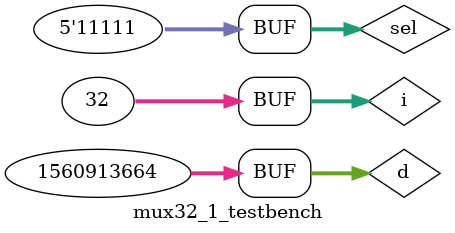
<source format=sv>


`timescale 1ps / 1ps

module mux32_1 (out, d, sel);
  output  logic         out;
  input   logic [31:0]  d;
  input   logic [4:0]   sel;

  logic [1:0] tmp;

  mux16_1 mux0 (.out(tmp[0]), .d(d[15:0]), .sel(sel[3:0]));
  mux16_1 mux1 (.out(tmp[1]), .d(d[31:16]), .sel(sel[3:0]));
  mux2_1 mux2 (.out, .d(tmp), .sel(sel[4]));
endmodule

module mux32_1_testbench ();
  logic         out;
  logic [31:0]  d;
  logic [4:0]   sel;

  mux32_1 dut (.out, .d, .sel);

  integer i;
  initial begin
    d = 32'hC5540F26;  // 11000101010101000000111100100110
    for (i = 0; i < 32; i++) begin
      sel = i; #10;
    end
    d = 32'h5D09A700;  // 1011101000010011010011100000000
    for (i = 0; i < 32; i++) begin
      sel = i; #10;
    end
  end
endmodule

</source>
